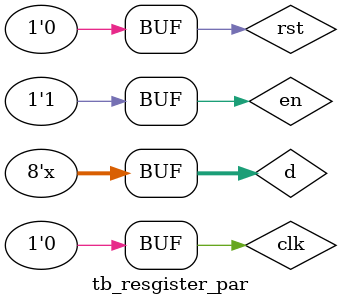
<source format=sv>
`timescale 1ns / 1ps

module tb_resgister_par ();

  logic [7:0] d, q;
  logic clk, rst, en;

  register_par test (
      .clk(clk),
      .rst(rst),
      .en (en),
      .d  (d),
      .q  (q)
  );

  initial begin
    rst = 1'b1;
    clk = 1'b0;
    en  = 1'b0;
    #1;
    rst = 1'b0;
    #2;
    rst = 1'b1;
    en  = 1'b1;
    repeat (8) begin
      #3 clk = ~clk;
      d = d + 4;
    end
    rst = 1'b0;
    repeat (8) begin
      #3 clk = ~clk;
      d = d + 4;
    end

  end

endmodule

</source>
